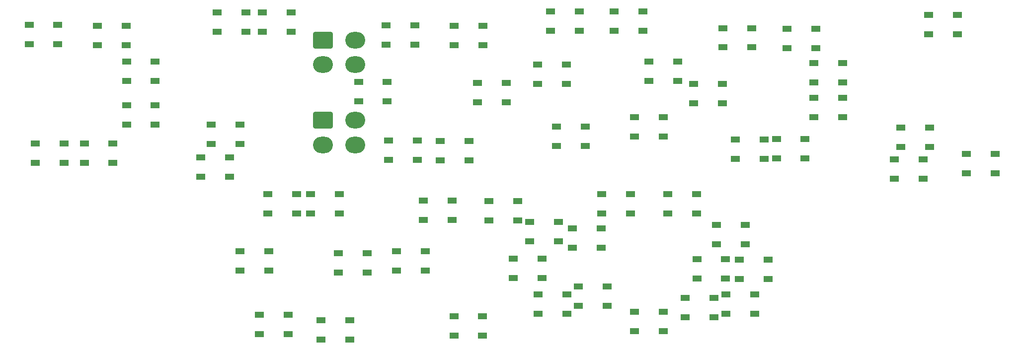
<source format=gbr>
%TF.GenerationSoftware,KiCad,Pcbnew,(6.0.9)*%
%TF.CreationDate,2023-01-06T21:05:43-09:00*%
%TF.ProjectId,HUD PANEL,48554420-5041-44e4-954c-2e6b69636164,rev?*%
%TF.SameCoordinates,Original*%
%TF.FileFunction,Soldermask,Top*%
%TF.FilePolarity,Negative*%
%FSLAX46Y46*%
G04 Gerber Fmt 4.6, Leading zero omitted, Abs format (unit mm)*
G04 Created by KiCad (PCBNEW (6.0.9)) date 2023-01-06 21:05:43*
%MOMM*%
%LPD*%
G01*
G04 APERTURE LIST*
G04 Aperture macros list*
%AMRoundRect*
0 Rectangle with rounded corners*
0 $1 Rounding radius*
0 $2 $3 $4 $5 $6 $7 $8 $9 X,Y pos of 4 corners*
0 Add a 4 corners polygon primitive as box body*
4,1,4,$2,$3,$4,$5,$6,$7,$8,$9,$2,$3,0*
0 Add four circle primitives for the rounded corners*
1,1,$1+$1,$2,$3*
1,1,$1+$1,$4,$5*
1,1,$1+$1,$6,$7*
1,1,$1+$1,$8,$9*
0 Add four rect primitives between the rounded corners*
20,1,$1+$1,$2,$3,$4,$5,0*
20,1,$1+$1,$4,$5,$6,$7,0*
20,1,$1+$1,$6,$7,$8,$9,0*
20,1,$1+$1,$8,$9,$2,$3,0*%
G04 Aperture macros list end*
%ADD10RoundRect,0.050000X-0.750000X-0.450000X0.750000X-0.450000X0.750000X0.450000X-0.750000X0.450000X0*%
%ADD11RoundRect,0.300001X-1.399999X1.099999X-1.399999X-1.099999X1.399999X-1.099999X1.399999X1.099999X0*%
%ADD12O,3.400000X2.800000*%
G04 APERTURE END LIST*
D10*
%TO.C,D1*%
X70854400Y-45086000D03*
X70854400Y-48386000D03*
X75754400Y-48386000D03*
X75754400Y-45086000D03*
%TD*%
%TO.C,D2*%
X82500000Y-45250000D03*
X82500000Y-48550000D03*
X87400000Y-48550000D03*
X87400000Y-45250000D03*
%TD*%
%TO.C,D3*%
X87450000Y-51350000D03*
X87450000Y-54650000D03*
X92350000Y-54650000D03*
X92350000Y-51350000D03*
%TD*%
%TO.C,D4*%
X87450000Y-58800000D03*
X87450000Y-62100000D03*
X92350000Y-62100000D03*
X92350000Y-58800000D03*
%TD*%
%TO.C,D5*%
X80250000Y-65250000D03*
X80250000Y-68550000D03*
X85150000Y-68550000D03*
X85150000Y-65250000D03*
%TD*%
%TO.C,D6*%
X71900000Y-65250000D03*
X71900000Y-68550000D03*
X76800000Y-68550000D03*
X76800000Y-65250000D03*
%TD*%
%TO.C,D7*%
X100129000Y-67616000D03*
X100129000Y-70916000D03*
X105029000Y-70916000D03*
X105029000Y-67616000D03*
%TD*%
%TO.C,D9*%
X102870000Y-42926800D03*
X102870000Y-46226800D03*
X107770000Y-46226800D03*
X107770000Y-42926800D03*
%TD*%
%TO.C,D10*%
X110600000Y-42950000D03*
X110600000Y-46250000D03*
X115500000Y-46250000D03*
X115500000Y-42950000D03*
%TD*%
%TO.C,D11*%
X111550000Y-73900000D03*
X111550000Y-77200000D03*
X116450000Y-77200000D03*
X116450000Y-73900000D03*
%TD*%
%TO.C,D12*%
X106800000Y-83650000D03*
X106800000Y-86950000D03*
X111700000Y-86950000D03*
X111700000Y-83650000D03*
%TD*%
%TO.C,D13*%
X110100000Y-94500000D03*
X110100000Y-97800000D03*
X115000000Y-97800000D03*
X115000000Y-94500000D03*
%TD*%
%TO.C,D14*%
X120600000Y-95450000D03*
X120600000Y-98750000D03*
X125500000Y-98750000D03*
X125500000Y-95450000D03*
%TD*%
%TO.C,D15*%
X123550000Y-84000000D03*
X123550000Y-87300000D03*
X128450000Y-87300000D03*
X128450000Y-84000000D03*
%TD*%
%TO.C,D16*%
X118800000Y-73900000D03*
X118800000Y-77200000D03*
X123700000Y-77200000D03*
X123700000Y-73900000D03*
%TD*%
%TO.C,D17*%
X126988000Y-54788800D03*
X126988000Y-58088800D03*
X131888000Y-58088800D03*
X131888000Y-54788800D03*
%TD*%
%TO.C,D18*%
X131700000Y-45100000D03*
X131700000Y-48400000D03*
X136600000Y-48400000D03*
X136600000Y-45100000D03*
%TD*%
%TO.C,D19*%
X143300000Y-45200000D03*
X143300000Y-48500000D03*
X148200000Y-48500000D03*
X148200000Y-45200000D03*
%TD*%
%TO.C,D20*%
X147250000Y-54950000D03*
X147250000Y-58250000D03*
X152150000Y-58250000D03*
X152150000Y-54950000D03*
%TD*%
%TO.C,D21*%
X140900000Y-64900000D03*
X140900000Y-68200000D03*
X145800000Y-68200000D03*
X145800000Y-64900000D03*
%TD*%
%TO.C,D22*%
X132150000Y-64800000D03*
X132150000Y-68100000D03*
X137050000Y-68100000D03*
X137050000Y-64800000D03*
%TD*%
%TO.C,D23*%
X138050000Y-75050000D03*
X138050000Y-78350000D03*
X142950000Y-78350000D03*
X142950000Y-75050000D03*
%TD*%
%TO.C,D24*%
X149200000Y-75100000D03*
X149200000Y-78400000D03*
X154100000Y-78400000D03*
X154100000Y-75100000D03*
%TD*%
%TO.C,D25*%
X156150000Y-78700000D03*
X156150000Y-82000000D03*
X161050000Y-82000000D03*
X161050000Y-78700000D03*
%TD*%
%TO.C,D26*%
X153350000Y-84950000D03*
X153350000Y-88250000D03*
X158250000Y-88250000D03*
X158250000Y-84950000D03*
%TD*%
%TO.C,D27*%
X143250000Y-94750000D03*
X143250000Y-98050000D03*
X148150000Y-98050000D03*
X148150000Y-94750000D03*
%TD*%
%TO.C,D28*%
X133500000Y-83650000D03*
X133500000Y-86950000D03*
X138400000Y-86950000D03*
X138400000Y-83650000D03*
%TD*%
%TO.C,D29*%
X157582000Y-91034400D03*
X157582000Y-94334400D03*
X162482000Y-94334400D03*
X162482000Y-91034400D03*
%TD*%
%TO.C,D30*%
X164450000Y-89700000D03*
X164450000Y-93000000D03*
X169350000Y-93000000D03*
X169350000Y-89700000D03*
%TD*%
%TO.C,D31*%
X174000000Y-94000000D03*
X174000000Y-97300000D03*
X178900000Y-97300000D03*
X178900000Y-94000000D03*
%TD*%
%TO.C,D32*%
X182650000Y-91650000D03*
X182650000Y-94950000D03*
X187550000Y-94950000D03*
X187550000Y-91650000D03*
%TD*%
%TO.C,D33*%
X189600000Y-91050000D03*
X189600000Y-94350000D03*
X194500000Y-94350000D03*
X194500000Y-91050000D03*
%TD*%
%TO.C,D34*%
X184650000Y-85050000D03*
X184650000Y-88350000D03*
X189550000Y-88350000D03*
X189550000Y-85050000D03*
%TD*%
%TO.C,D35*%
X191900000Y-85100000D03*
X191900000Y-88400000D03*
X196800000Y-88400000D03*
X196800000Y-85100000D03*
%TD*%
%TO.C,D36*%
X188000000Y-79150000D03*
X188000000Y-82450000D03*
X192900000Y-82450000D03*
X192900000Y-79150000D03*
%TD*%
%TO.C,D37*%
X179700000Y-73900000D03*
X179700000Y-77200000D03*
X184600000Y-77200000D03*
X184600000Y-73900000D03*
%TD*%
%TO.C,D38*%
X168450000Y-73900000D03*
X168450000Y-77200000D03*
X173350000Y-77200000D03*
X173350000Y-73900000D03*
%TD*%
%TO.C,D39*%
X163450000Y-79800000D03*
X163450000Y-83100000D03*
X168350000Y-83100000D03*
X168350000Y-79800000D03*
%TD*%
%TO.C,D40*%
X160708000Y-62409000D03*
X160708000Y-65709000D03*
X165608000Y-65709000D03*
X165608000Y-62409000D03*
%TD*%
%TO.C,D41*%
X157550000Y-51850000D03*
X157550000Y-55150000D03*
X162450000Y-55150000D03*
X162450000Y-51850000D03*
%TD*%
%TO.C,D42*%
X159700000Y-42750000D03*
X159700000Y-46050000D03*
X164600000Y-46050000D03*
X164600000Y-42750000D03*
%TD*%
%TO.C,D43*%
X170550000Y-42800000D03*
X170550000Y-46100000D03*
X175450000Y-46100000D03*
X175450000Y-42800000D03*
%TD*%
%TO.C,D44*%
X176450000Y-51300000D03*
X176450000Y-54600000D03*
X181350000Y-54600000D03*
X181350000Y-51300000D03*
%TD*%
%TO.C,D45*%
X174050000Y-60800000D03*
X174050000Y-64100000D03*
X178950000Y-64100000D03*
X178950000Y-60800000D03*
%TD*%
%TO.C,D46*%
X184100000Y-55100000D03*
X184100000Y-58400000D03*
X189000000Y-58400000D03*
X189000000Y-55100000D03*
%TD*%
%TO.C,D47*%
X189100000Y-45600000D03*
X189100000Y-48900000D03*
X194000000Y-48900000D03*
X194000000Y-45600000D03*
%TD*%
%TO.C,D48*%
X200000000Y-45700000D03*
X200000000Y-49000000D03*
X204900000Y-49000000D03*
X204900000Y-45700000D03*
%TD*%
%TO.C,D49*%
X204600000Y-51600000D03*
X204600000Y-54900000D03*
X209500000Y-54900000D03*
X209500000Y-51600000D03*
%TD*%
%TO.C,D50*%
X204600000Y-57500000D03*
X204600000Y-60800000D03*
X209500000Y-60800000D03*
X209500000Y-57500000D03*
%TD*%
%TO.C,D51*%
X198200000Y-64550000D03*
X198200000Y-67850000D03*
X203100000Y-67850000D03*
X203100000Y-64550000D03*
%TD*%
%TO.C,D52*%
X191200000Y-64600000D03*
X191200000Y-67900000D03*
X196100000Y-67900000D03*
X196100000Y-64600000D03*
%TD*%
%TO.C,D53*%
X218313000Y-68022000D03*
X218313000Y-71322000D03*
X223213000Y-71322000D03*
X223213000Y-68022000D03*
%TD*%
%TO.C,D54*%
X219382000Y-62536000D03*
X219382000Y-65836000D03*
X224282000Y-65836000D03*
X224282000Y-62536000D03*
%TD*%
%TO.C,D55*%
X230550000Y-67100000D03*
X230550000Y-70400000D03*
X235450000Y-70400000D03*
X235450000Y-67100000D03*
%TD*%
%TO.C,D56*%
X224150000Y-43350000D03*
X224150000Y-46650000D03*
X229050000Y-46650000D03*
X229050000Y-43350000D03*
%TD*%
%TO.C,D8*%
X101907000Y-62053000D03*
X101907000Y-65353000D03*
X106807000Y-65353000D03*
X106807000Y-62053000D03*
%TD*%
D11*
%TO.C,J2*%
X120900000Y-47650000D03*
D12*
X120900000Y-51850000D03*
X126400000Y-47650000D03*
X126400000Y-51850000D03*
%TD*%
D11*
%TO.C,J1*%
X120900000Y-61300000D03*
D12*
X120900000Y-65500000D03*
X126400000Y-61300000D03*
X126400000Y-65500000D03*
%TD*%
M02*

</source>
